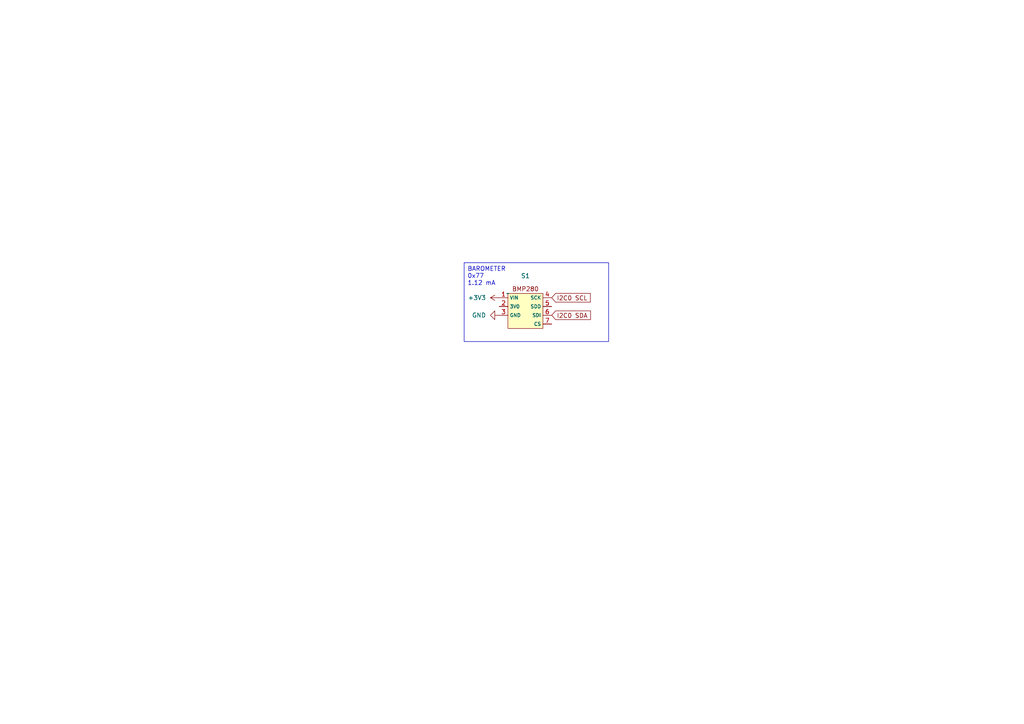
<source format=kicad_sch>
(kicad_sch (version 20230121) (generator eeschema)
  (paper "A4")
  (lib_symbols
    (symbol "CanSat:BME688"
      (property "Reference" "S" (at 5.08 3.81 0))
      (symbol "BME688_1_1"
        (rectangle (start 0 0) (end 10.16 -10.16) (fill (type background)))
        (text "BMP280" (at 5.08 1.27 0) (effects (font (size 1.27 1.27))))
        (pin input line (at -2.54 -1.27 0) (length 2.54) (name "VIN") (number "1"))
        (pin output line (at -2.54 -3.81 0) (length 2.54) (name "3V0") (number "2"))
        (pin bidirectional line (at -2.54 -6.35 0) (length 2.54) (name "GND") (number "3"))
        (pin output line (at 12.7 -1.27 180) (length 2.54) (name "SCK") (number "4"))
        (pin output line (at 12.7 -3.81 180) (length 2.54) (name "SDD") (number "5"))
        (pin output line (at 12.7 -6.35 180) (length 2.54) (name "SDI") (number "6"))
        (pin output line (at 12.7 -8.89 180) (length 2.54) (name "CS") (number "7"))
      )
    )
    (symbol "power:+3V3" (power) (pin_names (offset 0))
      (property "Value" "+3V3" (at 0 3.556 0))
      (symbol "+3V3_0_1"
        (polyline (pts (xy -0.762 1.27) (xy 0 2.54)))
        (polyline (pts (xy 0 0) (xy 0 2.54)))
        (polyline (pts (xy 0 2.54) (xy 0.762 1.27)))
      )
      (symbol "+3V3_1_1"
        (pin power_in line (at 0 0 90) (length 0) hide (name "+3V3") (number "1"))
      )
    )
    (symbol "power:GND" (power) (pin_names (offset 0))
      (property "Value" "GND" (at 0 -3.81 0))
      (symbol "GND_0_1"
        (polyline (pts (xy 0 0) (xy 0 -1.27) (xy 1.27 -1.27) (xy 0 -2.54) (xy -1.27 -1.27) (xy 0 -1.27)))
      )
      (symbol "GND_1_1"
        (pin power_in line (at 0 0 270) (length 0) hide (name "GND") (number "1"))
      )
    )
  )
  (text_box "BAROMETER\n0x77\n1.12 mA\n" (at 134.62 76.2 0) (size 41.91 22.86) (effects (font (size 1.27 1.27)) (justify left top)))
  (global_label "I2C0 SCL" (shape input) (at 160.02 86.36 0) (property "Intersheetrefs" "${INTERSHEET_REFS}" (effects hide)))
  (global_label "I2C0 SDA" (shape input) (at 160.02 91.44 0) (property "Intersheetrefs" "${INTERSHEET_REFS}" (effects hide)))
  (symbol (lib_id "power:GND") (at 144.78 91.44 270) (unit 1)
    (property "Reference" "#PWR014" (effects hide))
    (property "Value" "GND" (at 140.97 91.44 90) (effects (justify right)))
  )
  (symbol (lib_id "CanSat:BME688") (at 147.32 85.09 0) (unit 1)
    (property "Reference" "S1" (at 152.4 80.01 0))
    (property "Value" "~" (at 147.32 85.09 0))
    (property "Footprint" "CanSat:BMP280" (effects hide))
    (property "Datasheet" "https://cdn-learn.adafruit.com/downloads/pdf/adafruit-bmp280-barometric-pressure-plus-temperature-sensor-breakout.pdf" (effects hide))
  )
  (symbol (lib_id "power:+3V3") (at 144.78 86.36 90) (unit 1)
    (property "Reference" "#PWR013" (effects hide))
    (property "Value" "+3V3" (at 140.97 86.36 90) (effects (justify left)))
  )
)
</source>
